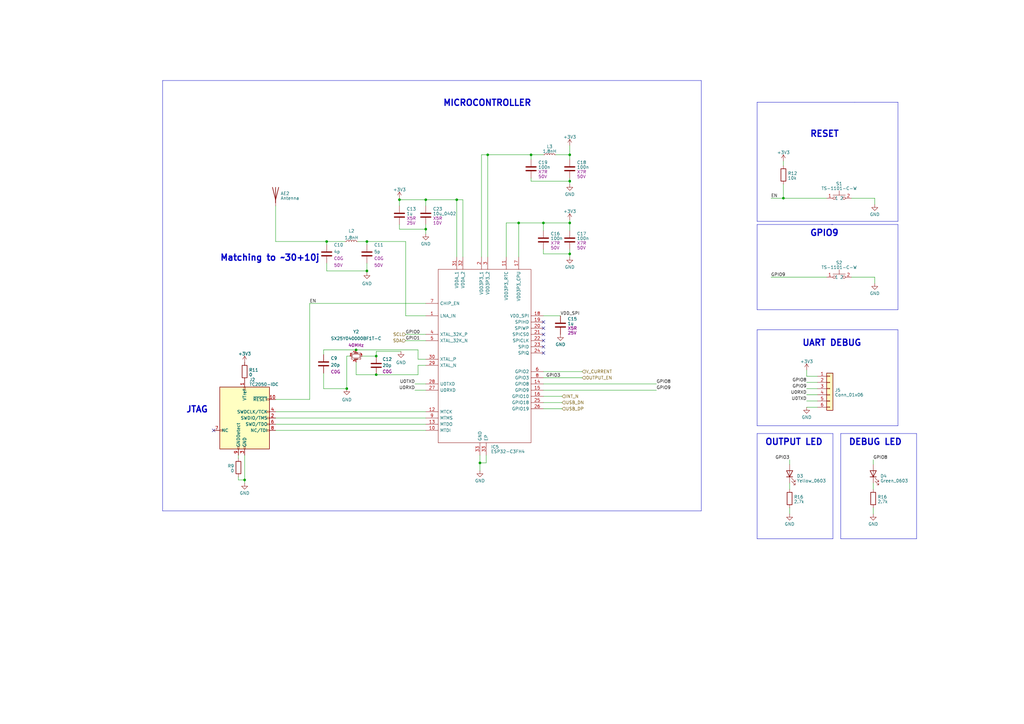
<source format=kicad_sch>
(kicad_sch (version 20230121) (generator eeschema)
  (paper "A3")
  (lib_symbols
    (symbol "Button_JLC:TS-1101-C-W" (pin_names (offset 0.762))
      (property "Reference" "S" (at 19.05 7.62 0))
      (property "Value" "TS-1101-C-W" (at 19.05 5.08 0))
      (symbol "TS-1101-C-W_0_1"
        (polyline (pts (xy 8.89 3.175) (xy 8.89 4.953)))
        (polyline (pts (xy 11.43 3.175) (xy 6.35 3.175)))
        (circle (center 6.858 1.905) (radius 0.508))
        (circle (center 10.922 1.905) (radius 0.508))
        (pin passive line (at 3.81 1.905 0) (length 2.54) (name "1") (number "1"))
        (pin passive line (at 13.97 1.905 180) (length 2.54) (name "2") (number "2"))
      )
    )
    (symbol "Capacitor_JLC:100n" (pin_numbers hide) (pin_names (offset 0.254))
      (property "Reference" "C" (at 3.175 3.175 0))
      (property "Value" "100n" (at 3.175 1.27 0))
      (property "Type" "X7R" (at 5.08 -3.175 0))
      (property "Voltage" "50V" (at 5.08 -1.27 0))
      (symbol "100n_0_1"
        (polyline (pts (xy -2.032 -0.762) (xy 2.032 -0.762)) (stroke (width 0.508)))
        (polyline (pts (xy -2.032 0.762) (xy 2.032 0.762)) (stroke (width 0.508)))
      )
      (symbol "100n_1_1"
        (pin passive line (at 0 3.81 270) (length 2.794) (name "~") (number "1"))
        (pin passive line (at 0 -3.81 90) (length 2.794) (name "~") (number "2"))
      )
    )
    (symbol "Capacitor_JLC:10u_0402" (pin_numbers hide) (pin_names (offset 0.254))
      (property "Reference" "C" (at 3.175 3.175 0))
      (property "Value" "10u_0402" (at 3.175 1.27 0))
      (property "Type" "X5R" (at 5.08 -3.175 0))
      (property "Voltage" "10V" (at 5.08 -1.27 0))
      (symbol "10u_0402_0_1"
        (polyline (pts (xy -2.032 -0.762) (xy 2.032 -0.762)) (stroke (width 0.508)))
        (polyline (pts (xy -2.032 0.762) (xy 2.032 0.762)) (stroke (width 0.508)))
      )
      (symbol "10u_0402_1_1"
        (pin passive line (at 0 3.81 270) (length 2.794) (name "~") (number "1"))
        (pin passive line (at 0 -3.81 90) (length 2.794) (name "~") (number "2"))
      )
    )
    (symbol "Capacitor_JLC:1u" (pin_numbers hide) (pin_names (offset 0.254))
      (property "Reference" "C" (at 0.635 2.54 0))
      (property "Value" "1u" (at 0.635 -2.54 0))
      (property "Type" "X5R" (at 5.08 2.54 0))
      (property "Voltage" "25V" (at 5.08 0 0))
      (symbol "1u_0_1"
        (polyline (pts (xy -2.032 -0.762) (xy 2.032 -0.762)) (stroke (width 0.508)))
        (polyline (pts (xy -2.032 0.762) (xy 2.032 0.762)) (stroke (width 0.508)))
      )
      (symbol "1u_1_1"
        (pin passive line (at 0 3.81 270) (length 2.794) (name "~") (number "1"))
        (pin passive line (at 0 -3.81 90) (length 2.794) (name "~") (number "2"))
      )
    )
    (symbol "Capacitor_JLC:20p" (pin_numbers hide) (pin_names (offset 0.254))
      (property "Reference" "C" (at 0.635 2.54 0))
      (property "Value" "20p" (at 0.635 -2.54 0))
      (property "Type" "C0G" (at 0 0 0))
      (symbol "20p_0_1"
        (polyline (pts (xy -2.032 -0.762) (xy 2.032 -0.762)) (stroke (width 0.508)))
        (polyline (pts (xy -2.032 0.762) (xy 2.032 0.762)) (stroke (width 0.508)))
      )
      (symbol "20p_1_1"
        (pin passive line (at 0 3.81 270) (length 2.794) (name "~") (number "1"))
        (pin passive line (at 0 -3.81 90) (length 2.794) (name "~") (number "2"))
      )
    )
    (symbol "Capacitor_JLC:4p" (pin_numbers hide) (pin_names (offset 0.254))
      (property "Reference" "C" (at 0.635 2.54 0))
      (property "Value" "4p" (at 0.635 -2.54 0))
      (property "Type" "C0G" (at 5.08 2.54 0))
      (property "Voltage" "50V" (at 5.08 0 0))
      (symbol "4p_0_1"
        (polyline (pts (xy -2.032 -0.762) (xy 2.032 -0.762)) (stroke (width 0.508)))
        (polyline (pts (xy -2.032 0.762) (xy 2.032 0.762)) (stroke (width 0.508)))
      )
      (symbol "4p_1_1"
        (pin passive line (at 0 3.81 270) (length 2.794) (name "~") (number "1"))
        (pin passive line (at 0 -3.81 90) (length 2.794) (name "~") (number "2"))
      )
    )
    (symbol "Capacitor_JLC:5p" (pin_numbers hide) (pin_names (offset 0.254))
      (property "Reference" "C" (at 0.635 2.54 0))
      (property "Value" "5p" (at 0.635 -2.54 0))
      (property "Type" "C0G" (at 5.08 2.54 0))
      (property "Voltage" "50V" (at 5.08 0 0))
      (symbol "5p_0_1"
        (polyline (pts (xy -2.032 -0.762) (xy 2.032 -0.762)) (stroke (width 0.508)))
        (polyline (pts (xy -2.032 0.762) (xy 2.032 0.762)) (stroke (width 0.508)))
      )
      (symbol "5p_1_1"
        (pin passive line (at 0 3.81 270) (length 2.794) (name "~") (number "1"))
        (pin passive line (at 0 -3.81 90) (length 2.794) (name "~") (number "2"))
      )
    )
    (symbol "Connector_JLC:Conn_01x06" (pin_names (offset 1.016) hide)
      (property "Reference" "J" (at 0 7.62 0))
      (property "Value" "Conn_01x06" (at 0 -10.16 0))
      (symbol "Conn_01x06_1_1"
        (rectangle (start -1.27 -7.493) (end 0 -7.747) (stroke (width 0.1524)))
        (rectangle (start -1.27 -4.953) (end 0 -5.207) (stroke (width 0.1524)))
        (rectangle (start -1.27 -2.413) (end 0 -2.667) (stroke (width 0.1524)))
        (rectangle (start -1.27 0.127) (end 0 -0.127) (stroke (width 0.1524)))
        (rectangle (start -1.27 2.667) (end 0 2.413) (stroke (width 0.1524)))
        (rectangle (start -1.27 5.207) (end 0 4.953) (stroke (width 0.1524)))
        (rectangle (start -1.27 6.35) (end 1.27 -8.89) (stroke (width 0.254)) (fill (type background)))
        (pin passive line (at -5.08 5.08 0) (length 3.81) (name "Pin_1") (number "1"))
        (pin passive line (at -5.08 2.54 0) (length 3.81) (name "Pin_2") (number "2"))
        (pin passive line (at -5.08 0 0) (length 3.81) (name "Pin_3") (number "3"))
        (pin passive line (at -5.08 -2.54 0) (length 3.81) (name "Pin_4") (number "4"))
        (pin passive line (at -5.08 -5.08 0) (length 3.81) (name "Pin_5") (number "5"))
        (pin passive line (at -5.08 -7.62 0) (length 3.81) (name "Pin_6") (number "6"))
      )
    )
    (symbol "Device:Antenna" (pin_numbers hide) (pin_names (offset 1.016) hide)
      (property "Reference" "AE" (at -1.905 1.905 0))
      (property "Value" "Antenna" (at -1.905 0 0))
      (symbol "Antenna_0_1"
        (polyline (pts (xy 0 2.54) (xy 0 -3.81)) (stroke (width 0.254)))
        (polyline (pts (xy 1.27 2.54) (xy 0 -2.54) (xy -1.27 2.54)) (stroke (width 0.254)))
      )
      (symbol "Antenna_1_1"
        (pin input line (at 0 -5.08 90) (length 2.54) (name "A") (number "1"))
      )
    )
    (symbol "Diode_JLC:Green_0603" (pin_numbers hide) (pin_names (offset 1.016) hide)
      (property "Reference" "D" (at 0 5.08 0))
      (property "Value" "Green_0603" (at 0 3.175 0))
      (symbol "Green_0603_0_1"
        (polyline (pts (xy -1.27 -1.27) (xy -1.27 1.27)) (stroke (width 0.254)))
        (polyline (pts (xy -1.27 0) (xy 1.27 0)))
        (polyline (pts (xy 1.27 -1.27) (xy 1.27 1.27) (xy -1.27 0) (xy 1.27 -1.27)) (stroke (width 0.254)))
        (polyline (pts (xy -3.048 -0.762) (xy -4.572 -2.286) (xy -3.81 -2.286) (xy -4.572 -2.286) (xy -4.572 -1.524)))
        (polyline (pts (xy -1.778 -0.762) (xy -3.302 -2.286) (xy -2.54 -2.286) (xy -3.302 -2.286) (xy -3.302 -1.524)))
      )
      (symbol "Green_0603_1_1"
        (pin passive line (at -3.81 0 0) (length 2.54) (name "K") (number "1"))
        (pin passive line (at 3.81 0 180) (length 2.54) (name "A") (number "2"))
      )
    )
    (symbol "Diode_JLC:Yellow_0603" (pin_numbers hide) (pin_names (offset 1.016) hide)
      (property "Reference" "D" (at 0 5.08 0))
      (property "Value" "Yellow_0603" (at 0 3.175 0))
      (symbol "Yellow_0603_0_1"
        (polyline (pts (xy -1.27 -1.27) (xy -1.27 1.27)) (stroke (width 0.254)))
        (polyline (pts (xy -1.27 0) (xy 1.27 0)))
        (polyline (pts (xy 1.27 -1.27) (xy 1.27 1.27) (xy -1.27 0) (xy 1.27 -1.27)) (stroke (width 0.254)))
        (polyline (pts (xy -3.048 -0.762) (xy -4.572 -2.286) (xy -3.81 -2.286) (xy -4.572 -2.286) (xy -4.572 -1.524)))
        (polyline (pts (xy -1.778 -0.762) (xy -3.302 -2.286) (xy -2.54 -2.286) (xy -3.302 -2.286) (xy -3.302 -1.524)))
      )
      (symbol "Yellow_0603_1_1"
        (pin passive line (at -3.81 0 0) (length 2.54) (name "K") (number "1"))
        (pin passive line (at 3.81 0 180) (length 2.54) (name "A") (number "2"))
      )
    )
    (symbol "Inductor_JLC:1.8nH" (pin_numbers hide) (pin_names (offset 0.254) hide)
      (property "Reference" "L" (at 0.762 1.016 0))
      (property "Value" "1.8nH" (at 0.762 -1.016 0))
      (symbol "1.8nH_0_1"
        (arc (start 0 -2.032) (mid 0.5058 -1.524) (end 0 -1.016))
        (arc (start 0 -1.016) (mid 0.5058 -0.508) (end 0 0))
        (arc (start 0 0) (mid 0.5058 0.508) (end 0 1.016))
        (arc (start 0 1.016) (mid 0.5058 1.524) (end 0 2.032))
      )
      (symbol "1.8nH_1_1"
        (pin passive line (at 0 2.54 270) (length 0.508) (name "~") (number "1"))
        (pin passive line (at 0 -2.54 90) (length 0.508) (name "~") (number "2"))
      )
    )
    (symbol "MCU_JLC:ESP32-C3FH4" (pin_names (offset 0.762))
      (property "Reference" "IC" (at 142.875 -2.54 0))
      (property "Value" "ESP32-C3FH4" (at 142.875 -5.08 0))
      (symbol "ESP32-C3FH4_0_0"
        (pin passive line (at -5.08 -19.05 0) (length 5.08) (name "LNA_IN") (number "1"))
        (pin passive line (at -5.08 -66.04 0) (length 5.08) (name "MTDI") (number "10"))
        (pin passive line (at 27.94 5.08 270) (length 5.08) (name "VDD3P3_RTC") (number "11"))
        (pin passive line (at -5.08 -58.42 0) (length 5.08) (name "MTCK") (number "12"))
        (pin passive line (at -5.08 -63.5 0) (length 5.08) (name "MTDO") (number "13"))
        (pin passive line (at 43.18 -46.99 180) (length 5.08) (name "GPIO8") (number "14"))
        (pin passive line (at 43.18 -49.53 180) (length 5.08) (name "GPIO9") (number "15"))
        (pin passive line (at 43.18 -52.07 180) (length 5.08) (name "GPIO10") (number "16"))
        (pin passive line (at 33.02 5.08 270) (length 5.08) (name "VDD3P3_CPU") (number "17"))
        (pin passive line (at 43.18 -19.05 180) (length 5.08) (name "VDD_SPI") (number "18"))
        (pin passive line (at 43.18 -21.59 180) (length 5.08) (name "SPIHD") (number "19"))
        (pin passive line (at 17.78 5.08 270) (length 5.08) (name "VDD3P3_1") (number "2"))
        (pin passive line (at 43.18 -24.13 180) (length 5.08) (name "SPIWP") (number "20"))
        (pin passive line (at 43.18 -26.67 180) (length 5.08) (name "SPICS0") (number "21"))
        (pin passive line (at 43.18 -29.21 180) (length 5.08) (name "SPICLK") (number "22"))
        (pin passive line (at 43.18 -31.75 180) (length 5.08) (name "SPID") (number "23"))
        (pin passive line (at 43.18 -34.29 180) (length 5.08) (name "SPIQ") (number "24"))
        (pin passive line (at 43.18 -54.61 180) (length 5.08) (name "GPIO18") (number "25"))
        (pin passive line (at 43.18 -57.15 180) (length 5.08) (name "GPIO19") (number "26"))
        (pin passive line (at -5.08 -49.53 0) (length 5.08) (name "U0RXD") (number "27"))
        (pin passive line (at -5.08 -46.99 0) (length 5.08) (name "U0TXD") (number "28"))
        (pin passive line (at -5.08 -39.37 0) (length 5.08) (name "XTAL_N") (number "29"))
        (pin passive line (at 20.32 5.08 270) (length 5.08) (name "VDD3P3_2") (number "3"))
        (pin passive line (at -5.08 -36.83 0) (length 5.08) (name "XTAL_P") (number "30"))
        (pin passive line (at 7.62 5.08 270) (length 5.08) (name "VDDA_1") (number "31"))
        (pin passive line (at 10.16 5.08 270) (length 5.08) (name "VDDA_2") (number "32"))
        (pin passive line (at 19.685 -76.2 90) (length 5.08) (name "EP") (number "33"))
        (pin passive line (at 17.145 -76.2 90) (length 5.08) (name "GND") (number "33"))
        (pin passive line (at -5.08 -26.67 0) (length 5.08) (name "XTAL_32K_P") (number "4"))
        (pin passive line (at -5.08 -29.21 0) (length 5.08) (name "XTAL_32K_N") (number "5"))
        (pin passive line (at 43.18 -41.91 180) (length 5.08) (name "GPIO2") (number "6"))
        (pin passive line (at -5.08 -13.97 0) (length 5.08) (name "CHIP_EN") (number "7"))
        (pin passive line (at 43.18 -44.45 180) (length 5.08) (name "GPIO3") (number "8"))
        (pin passive line (at -5.08 -60.96 0) (length 5.08) (name "MTMS") (number "9"))
      )
      (symbol "ESP32-C3FH4_0_1"
        (rectangle (start 0 -71.12) (end 38.1 0) (stroke (width 0.1524)))
      )
    )
    (symbol "Misc_JLC:SX25Y040000BF1T-C" (pin_names (offset 1.016) hide)
      (property "Reference" "Y" (at 1.27 4.445 0))
      (property "Value" "SX25Y040000BF1T-C" (at 1.27 2.54 0))
      (property "Frequency" "40MHz" (at 13.335 4.445 0))
      (symbol "SX25Y040000BF1T-C_0_1"
        (rectangle (start -0.762 -1.524) (end 0.762 1.524))
        (polyline (pts (xy -1.27 -0.762) (xy -1.27 0.762)) (stroke (width 0.381)))
        (polyline (pts (xy 1.27 -0.762) (xy 1.27 0.762)) (stroke (width 0.381)))
        (polyline (pts (xy -1.27 -1.27) (xy -1.27 -1.905) (xy 1.27 -1.905) (xy 1.27 -1.27)))
        (polyline (pts (xy -1.27 1.27) (xy -1.27 1.905) (xy 1.27 1.905) (xy 1.27 1.27)))
      )
      (symbol "SX25Y040000BF1T-C_1_1"
        (pin passive line (at -2.54 0 0) (length 1.27) (name "1") (number "1"))
        (pin passive line (at 0 -2.54 90) (length 0.635) (name "2") (number "2"))
        (pin passive line (at 2.54 0 180) (length 1.27) (name "3") (number "3"))
        (pin passive line (at 0 2.54 270) (length 0.635) (name "4") (number "4"))
      )
    )
    (symbol "Resistor_JLC:0" (pin_numbers hide) (pin_names (offset 0))
      (property "Reference" "R" (at 2.032 0 90))
      (property "Value" "0" (at 0 0 90))
      (symbol "0_0_1"
        (rectangle (start -1.016 -2.54) (end 1.016 2.54) (stroke (width 0.254)))
      )
      (symbol "0_1_1"
        (pin passive line (at 0 3.81 270) (length 1.27) (name "~") (number "1"))
        (pin passive line (at 0 -3.81 90) (length 1.27) (name "~") (number "2"))
      )
    )
    (symbol "Resistor_JLC:10k" (pin_numbers hide) (pin_names (offset 0))
      (property "Reference" "R" (at 2.032 0 90))
      (property "Value" "10k" (at 0 0 90))
      (symbol "10k_0_1"
        (rectangle (start -1.016 -2.54) (end 1.016 2.54) (stroke (width 0.254)))
      )
      (symbol "10k_1_1"
        (pin passive line (at 0 3.81 270) (length 1.27) (name "~") (number "1"))
        (pin passive line (at 0 -3.81 90) (length 1.27) (name "~") (number "2"))
      )
    )
    (symbol "Resistor_JLC:2.7k" (pin_numbers hide) (pin_names (offset 0))
      (property "Reference" "R" (at 2.032 0 90))
      (property "Value" "2.7k" (at 0 0 90))
      (symbol "2.7k_0_1"
        (rectangle (start -1.016 -2.54) (end 1.016 2.54) (stroke (width 0.254)))
      )
      (symbol "2.7k_1_1"
        (pin passive line (at 0 3.81 270) (length 1.27) (name "~") (number "1"))
        (pin passive line (at 0 -3.81 90) (length 1.27) (name "~") (number "2"))
      )
    )
    (symbol "personal:TC2050-IDC" (pin_names (offset 0.762))
      (property "Reference" "J" (at 19.05 7.62 0))
      (property "Value" "TC2050-IDC" (at 19.05 5.08 0))
      (symbol "TC2050-IDC_1_1"
        (rectangle (start -26.67 -27.686) (end -25.654 -28.194))
        (rectangle (start -26.67 -10.16) (end -6.35 -35.56) (stroke (width 0.254)) (fill (type background)))
        (rectangle (start -19.304 -35.56) (end -18.796 -34.544))
        (rectangle (start -16.764 -35.56) (end -16.256 -34.544))
        (rectangle (start -16.764 -10.16) (end -16.256 -11.176))
        (rectangle (start -7.366 -28.194) (end -6.35 -27.686))
        (rectangle (start -7.366 -20.574) (end -6.35 -20.066))
        (rectangle (start -6.35 -25.654) (end -7.366 -25.146))
        (rectangle (start -6.35 -23.114) (end -7.366 -22.606))
        (rectangle (start -6.35 -14.986) (end -7.366 -15.494))
        (pin power_in line (at -16.51 -7.62 270) (length 2.54) (name "VTref") (number "1"))
        (pin open_collector line (at -3.81 -15.24 180) (length 2.54) (name "~{RESET}") (number "10"))
        (pin bidirectional line (at -3.81 -22.86 180) (length 2.54) (name "SWDIO/TMS") (number "2"))
        (pin power_in line (at -16.51 -38.1 90) (length 2.54) (name "GND") (number "3"))
        (pin output line (at -3.81 -20.32 180) (length 2.54) (name "SWDCLK/TCK") (number "4"))
        (pin passive line (at -16.51 -38.1 90) (length 2.54) hide (name "GND") (number "5"))
        (pin input line (at -3.81 -25.4 180) (length 2.54) (name "SWO/TDO") (number "6"))
        (pin no_connect line (at -26.67 -22.86 0) (length 2.54) hide (name "KEY") (number "7"))
        (pin passive line (at -29.21 -27.94 0) (length 2.54) (name "NC") (number "7"))
        (pin output line (at -3.81 -27.94 180) (length 2.54) (name "NC/TDI") (number "8"))
        (pin passive line (at -19.05 -38.1 90) (length 2.54) (name "GNDDetect") (number "9"))
      )
    )
    (symbol "power:+3V3" (power) (pin_names (offset 0))
      (property "Value" "+3V3" (at 0 3.556 0))
      (symbol "+3V3_0_1"
        (polyline (pts (xy -0.762 1.27) (xy 0 2.54)))
        (polyline (pts (xy 0 0) (xy 0 2.54)))
        (polyline (pts (xy 0 2.54) (xy 0.762 1.27)))
      )
      (symbol "+3V3_1_1"
        (pin power_in line (at 0 0 90) (length 0) hide (name "+3V3") (number "1"))
      )
    )
    (symbol "power:GND" (power) (pin_names (offset 0))
      (property "Value" "GND" (at 0 -3.81 0))
      (symbol "GND_0_1"
        (polyline (pts (xy 0 0) (xy 0 -1.27) (xy 1.27 -1.27) (xy 0 -2.54) (xy -1.27 -1.27) (xy 0 -1.27)))
      )
      (symbol "GND_1_1"
        (pin power_in line (at 0 0 270) (length 0) hide (name "GND") (number "1"))
      )
    )
  )
  (junction (at 196.85 189.865))
  (junction (at 154.305 153.67))
  (junction (at 233.68 63.5))
  (junction (at 200.025 63.5))
  (junction (at 233.68 74.295))
  (junction (at 187.325 81.915))
  (junction (at 233.68 104.14))
  (junction (at 150.495 111.125))
  (junction (at 212.725 91.44))
  (junction (at 217.805 63.5))
  (junction (at 154.305 146.05))
  (junction (at 150.495 99.06))
  (junction (at 133.985 99.06))
  (junction (at 174.625 93.98))
  (junction (at 321.31 81.28))
  (junction (at 233.68 91.44))
  (junction (at 146.05 143.51))
  (junction (at 163.83 81.915))
  (junction (at 100.33 196.85))
  (junction (at 142.24 159.385))
  (junction (at 222.885 91.44))
  (junction (at 174.625 81.915))
  (no_connect (at 222.885 132.08))
  (no_connect (at 222.885 134.62))
  (no_connect (at 222.885 144.78))
  (no_connect (at 87.63 176.53))
  (no_connect (at 222.885 142.24))
  (no_connect (at 222.885 139.7))
  (no_connect (at 222.885 137.16))
  (wire (pts (xy 171.45 149.86) (xy 171.45 153.67)))
  (wire (pts (xy 212.725 105.41) (xy 212.725 91.44)))
  (polyline (pts (xy 344.805 177.8) (xy 375.92 177.8)))
  (wire (pts (xy 146.05 143.51) (xy 132.715 143.51)))
  (polyline (pts (xy 368.3 127) (xy 310.515 127)))
  (wire (pts (xy 171.45 143.51) (xy 171.45 147.32)))
  (wire (pts (xy 199.39 186.69) (xy 199.39 189.865)))
  (wire (pts (xy 97.79 186.69) (xy 97.79 187.96)))
  (wire (pts (xy 233.68 73.025) (xy 233.68 74.295)))
  (wire (pts (xy 335.28 164.465) (xy 330.835 164.465)))
  (polyline (pts (xy 66.675 33.02) (xy 287.655 33.02)))
  (polyline (pts (xy 310.515 135.255) (xy 368.3 135.255)))
  (wire (pts (xy 222.885 154.94) (xy 238.76 154.94)))
  (wire (pts (xy 200.025 63.5) (xy 217.805 63.5)))
  (wire (pts (xy 133.985 99.06) (xy 133.985 100.33)))
  (wire (pts (xy 349.25 113.665) (xy 358.775 113.665)))
  (wire (pts (xy 227.965 63.5) (xy 233.68 63.5)))
  (wire (pts (xy 358.14 208.28) (xy 358.14 210.82)))
  (wire (pts (xy 358.14 188.595) (xy 358.14 190.5)))
  (wire (pts (xy 100.33 196.85) (xy 100.33 198.12)))
  (wire (pts (xy 113.03 173.99) (xy 174.625 173.99)))
  (polyline (pts (xy 350.52 41.91) (xy 368.3 41.91)))
  (wire (pts (xy 174.625 93.98) (xy 174.625 92.075)))
  (wire (pts (xy 154.305 146.05) (xy 148.59 146.05)))
  (wire (pts (xy 113.03 84.455) (xy 113.03 99.06)))
  (wire (pts (xy 113.03 176.53) (xy 174.625 176.53)))
  (wire (pts (xy 113.03 99.06) (xy 133.985 99.06)))
  (wire (pts (xy 146.05 153.67) (xy 154.305 153.67)))
  (wire (pts (xy 171.45 147.32) (xy 174.625 147.32)))
  (polyline (pts (xy 368.3 92.075) (xy 368.3 127)))
  (wire (pts (xy 358.14 198.12) (xy 358.14 200.66)))
  (wire (pts (xy 187.325 81.915) (xy 189.865 81.915)))
  (wire (pts (xy 222.885 165.1) (xy 230.505 165.1)))
  (polyline (pts (xy 287.655 33.02) (xy 287.655 209.55)))
  (wire (pts (xy 97.79 196.85) (xy 100.33 196.85)))
  (polyline (pts (xy 368.3 41.91) (xy 368.3 90.805)))
  (wire (pts (xy 316.23 81.28) (xy 321.31 81.28)))
  (wire (pts (xy 189.865 81.915) (xy 189.865 105.41)))
  (polyline (pts (xy 310.515 92.075) (xy 341.63 92.075)))
  (polyline (pts (xy 310.515 174.625) (xy 310.515 135.255)))
  (wire (pts (xy 233.68 74.295) (xy 233.68 75.565)))
  (wire (pts (xy 150.495 107.95) (xy 150.495 111.125)))
  (wire (pts (xy 330.835 156.845) (xy 335.28 156.845)))
  (wire (pts (xy 222.885 94.615) (xy 222.885 91.44)))
  (wire (pts (xy 321.31 75.565) (xy 321.31 81.28)))
  (wire (pts (xy 163.83 81.28) (xy 163.83 81.915)))
  (wire (pts (xy 335.28 161.925) (xy 330.835 161.925)))
  (polyline (pts (xy 310.515 177.8) (xy 341.63 177.8)))
  (wire (pts (xy 217.805 74.295) (xy 233.68 74.295)))
  (polyline (pts (xy 368.3 90.805) (xy 310.515 90.805)))
  (wire (pts (xy 171.45 153.67) (xy 154.305 153.67)))
  (wire (pts (xy 217.805 65.405) (xy 217.805 63.5)))
  (wire (pts (xy 132.715 153.035) (xy 132.715 159.385)))
  (wire (pts (xy 163.83 81.915) (xy 174.625 81.915)))
  (wire (pts (xy 197.485 63.5) (xy 200.025 63.5)))
  (wire (pts (xy 330.835 154.305) (xy 335.28 154.305)))
  (polyline (pts (xy 310.515 220.98) (xy 310.515 177.8)))
  (wire (pts (xy 132.715 159.385) (xy 142.24 159.385)))
  (polyline (pts (xy 310.515 41.91) (xy 350.52 41.91)))
  (wire (pts (xy 163.83 93.98) (xy 174.625 93.98)))
  (wire (pts (xy 154.305 144.145) (xy 154.305 146.05)))
  (wire (pts (xy 154.305 144.145) (xy 164.465 144.145)))
  (wire (pts (xy 233.68 91.44) (xy 233.68 94.615)))
  (wire (pts (xy 222.885 157.48) (xy 269.24 157.48)))
  (wire (pts (xy 222.885 162.56) (xy 230.505 162.56)))
  (wire (pts (xy 233.68 104.14) (xy 233.68 105.41)))
  (wire (pts (xy 233.68 59.69) (xy 233.68 63.5)))
  (wire (pts (xy 321.31 81.28) (xy 339.09 81.28)))
  (wire (pts (xy 222.885 102.235) (xy 222.885 104.14)))
  (wire (pts (xy 358.775 113.665) (xy 358.775 116.205)))
  (wire (pts (xy 174.625 93.98) (xy 174.625 95.885)))
  (wire (pts (xy 133.985 111.125) (xy 150.495 111.125)))
  (wire (pts (xy 197.485 63.5) (xy 197.485 105.41)))
  (wire (pts (xy 323.85 198.12) (xy 323.85 200.66)))
  (wire (pts (xy 142.24 146.05) (xy 143.51 146.05)))
  (wire (pts (xy 133.985 107.95) (xy 133.985 111.125)))
  (wire (pts (xy 222.885 152.4) (xy 238.76 152.4)))
  (wire (pts (xy 133.985 99.06) (xy 141.605 99.06)))
  (wire (pts (xy 97.79 195.58) (xy 97.79 196.85)))
  (wire (pts (xy 146.05 148.59) (xy 146.05 153.67)))
  (polyline (pts (xy 341.63 220.98) (xy 310.515 220.98)))
  (wire (pts (xy 166.37 99.06) (xy 166.37 129.54)))
  (polyline (pts (xy 368.3 174.625) (xy 310.515 174.625)))
  (wire (pts (xy 200.025 105.41) (xy 200.025 63.5)))
  (wire (pts (xy 174.625 81.915) (xy 174.625 84.455)))
  (wire (pts (xy 196.85 186.69) (xy 196.85 189.865)))
  (wire (pts (xy 170.18 157.48) (xy 174.625 157.48)))
  (wire (pts (xy 323.85 188.595) (xy 323.85 190.5)))
  (wire (pts (xy 222.885 167.64) (xy 230.505 167.64)))
  (polyline (pts (xy 310.515 90.805) (xy 310.515 41.91)))
  (wire (pts (xy 330.835 151.765) (xy 330.835 154.305)))
  (wire (pts (xy 199.39 189.865) (xy 196.85 189.865)))
  (wire (pts (xy 217.805 73.025) (xy 217.805 74.295)))
  (wire (pts (xy 113.03 171.45) (xy 174.625 171.45)))
  (polyline (pts (xy 340.995 92.075) (xy 368.3 92.075)))
  (wire (pts (xy 222.885 129.54) (xy 229.87 129.54)))
  (wire (pts (xy 233.68 102.235) (xy 233.68 104.14)))
  (wire (pts (xy 349.25 81.28) (xy 358.775 81.28)))
  (polyline (pts (xy 341.63 177.8) (xy 341.63 220.98)))
  (wire (pts (xy 113.03 168.91) (xy 174.625 168.91)))
  (polyline (pts (xy 344.805 220.98) (xy 344.805 177.8)))
  (wire (pts (xy 150.495 99.06) (xy 150.495 100.33)))
  (wire (pts (xy 358.775 81.28) (xy 358.775 83.82)))
  (wire (pts (xy 166.37 137.16) (xy 174.625 137.16)))
  (polyline (pts (xy 310.515 127) (xy 310.515 92.075)))
  (wire (pts (xy 127 124.46) (xy 174.625 124.46)))
  (wire (pts (xy 113.03 163.83) (xy 127 163.83)))
  (wire (pts (xy 217.805 63.5) (xy 222.885 63.5)))
  (wire (pts (xy 146.685 99.06) (xy 150.495 99.06)))
  (wire (pts (xy 127 163.83) (xy 127 124.46)))
  (wire (pts (xy 150.495 99.06) (xy 166.37 99.06)))
  (wire (pts (xy 100.33 186.69) (xy 100.33 196.85)))
  (wire (pts (xy 321.31 66.04) (xy 321.31 67.945)))
  (wire (pts (xy 132.715 143.51) (xy 132.715 145.415)))
  (wire (pts (xy 170.18 160.02) (xy 174.625 160.02)))
  (wire (pts (xy 142.24 146.05) (xy 142.24 159.385)))
  (polyline (pts (xy 368.3 135.255) (xy 368.3 174.625)))
  (wire (pts (xy 330.835 167.005) (xy 335.28 167.005)))
  (wire (pts (xy 222.885 104.14) (xy 233.68 104.14)))
  (wire (pts (xy 233.68 90.17) (xy 233.68 91.44)))
  (wire (pts (xy 166.37 139.7) (xy 174.625 139.7)))
  (wire (pts (xy 323.85 208.28) (xy 323.85 210.82)))
  (wire (pts (xy 163.83 81.915) (xy 163.83 84.455)))
  (wire (pts (xy 233.68 63.5) (xy 233.68 65.405)))
  (wire (pts (xy 187.325 105.41) (xy 187.325 81.915)))
  (wire (pts (xy 174.625 149.86) (xy 171.45 149.86)))
  (wire (pts (xy 150.495 111.125) (xy 150.495 111.76)))
  (polyline (pts (xy 66.675 209.55) (xy 66.675 33.02)))
  (wire (pts (xy 316.23 113.665) (xy 339.09 113.665)))
  (wire (pts (xy 212.725 91.44) (xy 222.885 91.44)))
  (wire (pts (xy 166.37 129.54) (xy 174.625 129.54)))
  (wire (pts (xy 330.835 159.385) (xy 335.28 159.385)))
  (polyline (pts (xy 375.92 220.98) (xy 344.805 220.98)))
  (wire (pts (xy 222.885 160.02) (xy 269.24 160.02)))
  (wire (pts (xy 196.85 189.865) (xy 196.85 193.04)))
  (wire (pts (xy 207.645 91.44) (xy 212.725 91.44)))
  (wire (pts (xy 207.645 91.44) (xy 207.645 105.41)))
  (polyline (pts (xy 375.92 177.8) (xy 375.92 220.98)))
  (wire (pts (xy 222.885 91.44) (xy 233.68 91.44)))
  (wire (pts (xy 174.625 81.915) (xy 187.325 81.915)))
  (polyline (pts (xy 287.655 209.55) (xy 66.675 209.55)))
  (wire (pts (xy 163.83 92.075) (xy 163.83 93.98)))
  (wire (pts (xy 171.45 143.51) (xy 146.05 143.51)))
  (text "GPIO9" (at 332.105 97.155 0) (effects (font (size 2.54 2.54) (thickness 0.508) bold) (justify left bottom)))
  (text "MICROCONTROLLER" (at 181.61 43.815 0) (effects (font (size 2.54 2.54) (thickness 0.508) bold) (justify left bottom)))
  (text "JTAG" (at 76.2 169.545 0) (effects (font (size 2.54 2.54) (thickness 0.508) bold) (justify left bottom)))
  (text "UART DEBUG" (at 328.93 142.24 0) (effects (font (size 2.54 2.54) (thickness 0.508) bold) (justify left bottom)))
  (text "Matching to ~30+10j" (at 90.17 107.315 0) (effects (font (size 2.54 2.54) (thickness 0.508) bold) (justify left bottom)))
  (text "OUTPUT LED" (at 313.69 182.88 0) (effects (font (size 2.54 2.54) (thickness 0.508) bold) (justify left bottom)))
  (text "DEBUG LED" (at 347.98 182.88 0) (effects (font (size 2.54 2.54) (thickness 0.508) bold) (justify left bottom)))
  (text "RESET" (at 332.105 56.515 0) (effects (font (size 2.54 2.54) (thickness 0.508) bold) (justify left bottom)))
  (label "EN" (at 316.23 81.28 0))
  (label "GPIO8" (at 330.835 156.845 180))
  (label "GPIO9" (at 316.23 113.665 0))
  (label "U0RXD" (at 170.18 160.02 180))
  (label "GPIO3" (at 323.85 188.595 180))
  (label "U0TXD" (at 330.835 164.465 180))
  (label "VDD_SPI" (at 229.87 129.54 0))
  (label "GPIO8" (at 358.14 188.595 0))
  (label "GPIO3" (at 229.87 154.94 180))
  (label "GPIO9" (at 330.835 159.385 180))
  (label "GPIO0" (at 166.37 137.16 0))
  (label "GPIO9" (at 269.24 160.02 0))
  (label "GPIO1" (at 166.37 139.7 0))
  (label "GPIO8" (at 269.24 157.48 0))
  (label "U0RXD" (at 330.835 161.925 180))
  (label "U0TXD" (at 170.18 157.48 180))
  (label "EN" (at 127 124.46 0))
  (hierarchical_label "V_CURRENT" (shape input) (at 238.76 152.4 0))
  (hierarchical_label "SDA" (shape input) (at 166.37 139.7 180))
  (hierarchical_label "USB_DN" (shape input) (at 230.505 165.1 0))
  (hierarchical_label "OUTPUT_EN" (shape input) (at 238.76 154.94 0))
  (hierarchical_label "USB_DP" (shape input) (at 230.505 167.64 0))
  (hierarchical_label "INT_N" (shape input) (at 230.505 162.56 0))
  (hierarchical_label "SCL" (shape input) (at 166.37 137.16 180))
  (symbol (lib_id "power:GND") (at 142.24 159.385 0) (unit 1)
    (property "Reference" "#PWR018" (effects hide))
    (property "Value" "GND" (at 142.24 163.9475 0))
  )
  (symbol (lib_id "Button_JLC:TS-1101-C-W") (at 335.28 115.57 0) (unit 1)
    (property "Reference" "S2" (at 344.17 107.7341 0))
    (property "Value" "TS-1101-C-W" (at 344.17 109.6551 0))
    (property "Footprint" "TS1101CW" (effects hide))
    (property "Datasheet" "http://www.helloxkb.com/public/images/pdf/TS-1101-C-W-.pdf" (effects hide))
    (property "Description" "Tactile Switches SPST 6.00mm x 3.60mm 0.60mm 50mA @ 12VDC SMD RoHS" (effects hide))
    (property "Height" "2.6" (effects hide))
    (property "Manufacturer_Name" "XKB Connectivity" (effects hide))
    (property "Manufacturer_Part_Number" "TS-1101-C-W" (effects hide))
    (property "LCSC" "C318938" (effects hide))
  )
  (symbol (lib_id "Capacitor_JLC:100n") (at 222.885 98.425 0) (unit 1)
    (property "Reference" "C16" (at 225.806 95.8603 0) (effects (justify left)))
    (property "Value" "100n" (at 225.806 97.7813 0) (effects (justify left)))
    (property "Footprint" "Capacitor_SMD:C_0402_1005Metric" (effects hide))
    (property "Type" "X7R" (at 225.806 99.7023 0) (effects (justify left)))
    (property "LCSC" "C307331" (effects hide))
    (property "Voltage" "50V" (at 225.806 101.6233 0) (effects (justify left)))
  )
  (symbol (lib_id "power:GND") (at 358.775 83.82 0) (unit 1)
    (property "Reference" "#PWR029" (effects hide))
    (property "Value" "GND" (at 358.775 87.9555 0))
  )
  (symbol (lib_id "Diode_JLC:Green_0603") (at 358.14 194.31 90) (unit 1)
    (property "Reference" "D4" (at 361.061 195.2538 90) (effects (justify right)))
    (property "Value" "Green_0603" (at 361.061 197.1748 90) (effects (justify right)))
    (property "Footprint" "LED_SMD:LED_0603_1608Metric" (effects hide))
    (property "Datasheet" "https://datasheet.lcsc.com/lcsc/1811101510_Everlight-Elec-19-217-GHC-YR1S2-3T_C72043.pdf" (effects hide))
    (property "LCSC" "C72043" (effects hide))
  )
  (symbol (lib_id "Inductor_JLC:1.8nH") (at 225.425 63.5 90) (unit 1)
    (property "Reference" "L3" (at 225.425 60.1113 90))
    (property "Value" "1.8nH" (at 225.425 62.0323 90))
    (property "Footprint" "Inductor_SMD:L_0402_1005Metric" (effects hide))
  )
  (symbol (lib_id "Capacitor_JLC:4p") (at 133.985 104.14 0) (unit 1)
    (property "Reference" "C10" (at 136.906 100.4564 0) (effects (justify left)))
    (property "Value" "4p" (at 136.906 103.2315 0) (effects (justify left)))
    (property "Footprint" "Capacitor_SMD:C_0402_1005Metric" (effects hide))
    (property "Type" "C0G" (at 136.906 106.0066 0) (effects (justify left)))
    (property "LCSC" "C311704" (effects hide))
    (property "Voltage" "50V" (at 136.906 108.7817 0) (effects (justify left)))
    (property "MPN" "UMK105CG040BV" (effects hide))
  )
  (symbol (lib_id "Capacitor_JLC:100n") (at 233.68 69.215 0) (unit 1)
    (property "Reference" "C18" (at 236.601 66.6503 0) (effects (justify left)))
    (property "Value" "100n" (at 236.601 68.5713 0) (effects (justify left)))
    (property "Footprint" "Capacitor_SMD:C_0402_1005Metric" (effects hide))
    (property "Type" "X7R" (at 236.601 70.4923 0) (effects (justify left)))
    (property "LCSC" "C307331" (effects hide))
    (property "Voltage" "50V" (at 236.601 72.4133 0) (effects (justify left)))
  )
  (symbol (lib_id "Resistor_JLC:0") (at 100.33 152.4 0) (unit 1)
    (property "Reference" "R11" (at 102.108 151.7563 0) (effects (justify left)))
    (property "Value" "0" (at 102.108 153.6773 0) (effects (justify left)))
    (property "Footprint" "Resistor_SMD:R_0805_2012Metric_Pad1.20x1.40mm_HandSolder" (effects hide))
    (property "LCSC" "C17477" (effects hide))
  )
  (symbol (lib_id "Resistor_JLC:2.7k") (at 358.14 204.47 0) (unit 1)
    (property "Reference" "R16" (at 359.918 203.8263 0) (effects (justify left)))
    (property "Value" "2.7k" (at 359.918 205.7473 0) (effects (justify left)))
    (property "Footprint" "Resistor_SMD:R_0402_1005Metric" (effects hide))
    (property "LCSC" "C25885" (effects hide))
    (instances (project "Spark-Analyzer" (path "" (reference "R16") (unit 1)) (path "" (reference "R22") (unit 1))))
  )
  (symbol (lib_id "Resistor_JLC:0") (at 97.79 191.77 0) (unit 1)
    (property "Reference" "R9" (at 96.012 191.1263 0) (effects (justify right)))
    (property "Value" "0" (at 96.012 193.0473 0) (effects (justify right)))
    (property "Footprint" "Resistor_SMD:R_0805_2012Metric_Pad1.20x1.40mm_HandSolder" (effects hide))
    (property "LCSC" "C17477" (effects hide))
  )
  (symbol (lib_id "power:+3V3") (at 233.68 59.69 0) (unit 1)
    (property "Reference" "#PWR026" (effects hide))
    (property "Value" "+3V3" (at 233.68 56.1881 0))
  )
  (symbol (lib_id "Inductor_JLC:1.8nH") (at 144.145 99.06 90) (unit 1)
    (property "Reference" "L2" (at 144.145 94.7125 90))
    (property "Value" "1.8nH" (at 144.145 97.4876 90))
    (property "Footprint" "Inductor_SMD:L_0402_1005Metric" (effects hide))
  )
  (symbol (lib_id "power:GND") (at 358.14 210.82 0) (unit 1)
    (property "Reference" "#PWR030" (effects hide))
    (property "Value" "GND" (at 358.14 214.9555 0))
  )
  (symbol (lib_id "Button_JLC:TS-1101-C-W") (at 335.28 83.185 0) (unit 1)
    (property "Reference" "S1" (at 344.17 75.3491 0))
    (property "Value" "TS-1101-C-W" (at 344.17 77.2701 0))
    (property "Footprint" "TS1101CW" (effects hide))
    (property "Datasheet" "http://www.helloxkb.com/public/images/pdf/TS-1101-C-W-.pdf" (effects hide))
    (property "Description" "Tactile Switches SPST 6.00mm x 3.60mm 0.60mm 50mA @ 12VDC SMD RoHS" (effects hide))
    (property "Height" "2.6" (effects hide))
    (property "Manufacturer_Name" "XKB Connectivity" (effects hide))
    (property "Manufacturer_Part_Number" "TS-1101-C-W" (effects hide))
    (property "LCSC" "C318938" (effects hide))
  )
  (symbol (lib_id "Capacitor_JLC:5p") (at 150.495 104.14 0) (unit 1)
    (property "Reference" "C11" (at 153.416 100.4564 0) (effects (justify left)))
    (property "Value" "5p" (at 153.416 103.2315 0) (effects (justify left)))
    (property "Footprint" "Capacitor_SMD:C_0402_1005Metric" (effects hide))
    (property "Type" "C0G" (at 153.416 106.0066 0) (effects (justify left)))
    (property "LCSC" "C1573" (effects hide))
    (property "Voltage" "50V" (at 153.416 108.7817 0) (effects (justify left)))
    (property "MPN" "0402CG5R0C500NT" (effects hide))
  )
  (symbol (lib_id "power:GND") (at 150.495 111.76 0) (unit 1)
    (property "Reference" "#PWR019" (effects hide))
    (property "Value" "GND" (at 150.495 116.3225 0))
  )
  (symbol (lib_id "power:GND") (at 233.68 105.41 0) (unit 1)
    (property "Reference" "#PWR024" (effects hide))
    (property "Value" "GND" (at 233.68 109.5455 0))
  )
  (symbol (lib_id "power:+3V3") (at 233.68 90.17 0) (unit 1)
    (property "Reference" "#PWR025" (effects hide))
    (property "Value" "+3V3" (at 233.68 86.6681 0))
  )
  (symbol (lib_id "power:GND") (at 358.775 116.205 0) (unit 1)
    (property "Reference" "#PWR033" (effects hide))
    (property "Value" "GND" (at 358.775 120.3405 0))
  )
  (symbol (lib_id "power:GND") (at 100.33 198.12 0) (unit 1)
    (property "Reference" "#PWR017" (effects hide))
    (property "Value" "GND" (at 100.33 202.2555 0))
  )
  (symbol (lib_id "Resistor_JLC:10k") (at 321.31 71.755 0) (unit 1)
    (property "Reference" "R12" (at 323.088 71.1113 0) (effects (justify left)))
    (property "Value" "10k" (at 323.088 73.0323 0) (effects (justify left)))
    (property "Footprint" "Resistor_SMD:R_0402_1005Metric" (effects hide))
    (property "LCSC" "C25744" (effects hide))
  )
  (symbol (lib_id "Capacitor_JLC:20p") (at 154.305 149.86 0) (unit 1)
    (property "Reference" "C12" (at 156.845 147.32 0) (effects (justify left)))
    (property "Value" "20p" (at 156.845 149.86 0) (effects (justify left)))
    (property "Footprint" "Capacitor_SMD:C_0402_1005Metric" (effects hide))
    (property "Type" "C0G" (at 156.845 152.4 0) (effects (justify left)))
    (property "LCSC" "C1554" (effects hide))
    (property "Rating" "50V" (effects hide))
  )
  (symbol (lib_id "Capacitor_JLC:100n") (at 217.805 69.215 0) (unit 1)
    (property "Reference" "C19" (at 220.726 66.6503 0) (effects (justify left)))
    (property "Value" "100n" (at 220.726 68.5713 0) (effects (justify left)))
    (property "Footprint" "Capacitor_SMD:C_0402_1005Metric" (effects hide))
    (property "Type" "X7R" (at 220.726 70.4923 0) (effects (justify left)))
    (property "LCSC" "C307331" (effects hide))
    (property "Voltage" "50V" (at 220.726 72.4133 0) (effects (justify left)))
  )
  (symbol (lib_id "Connector_JLC:Conn_01x06") (at 340.36 159.385 0) (unit 1)
    (property "Reference" "J5" (at 342.392 160.0113 0) (effects (justify left)))
    (property "Value" "Conn_01x06" (at 342.392 161.9323 0) (effects (justify left)))
    (property "Footprint" "Connector_PinHeader_2.54mm:PinHeader_1x06_P2.54mm_Vertical" (effects hide))
    (property "LCSC" "C492405" (effects hide))
  )
  (symbol (lib_id "power:+3V3") (at 330.835 151.765 0) (unit 1)
    (property "Reference" "#PWR032" (effects hide))
    (property "Value" "+3V3" (at 330.835 148.2631 0))
  )
  (symbol (lib_id "power:GND") (at 330.835 167.005 0) (unit 1)
    (property "Reference" "#PWR034" (effects hide))
    (property "Value" "GND" (at 330.835 171.1405 0))
  )
  (symbol (lib_id "Misc_JLC:SX25Y040000BF1T-C") (at 146.05 146.05 270) (unit 1)
    (property "Reference" "Y2" (at 146.05 136.0548 90))
    (property "Value" "SX25Y040000BF1T-C" (at 146.05 138.8299 90))
    (property "Footprint" "Crystal:Crystal_SMD_2520-4Pin_2.5x2.0mm" (effects hide))
    (property "Datasheet" "https://datasheet.lcsc.com/lcsc/1810170919_TKD-SX25Y040000BF1T-C_C271649.pdf" (effects hide))
    (property "Frequency" "40MHz" (at 146.05 141.605 90))
    (property "LCSC" "C271649" (effects hide))
  )
  (symbol (lib_id "power:GND") (at 164.465 144.145 0) (unit 1)
    (property "Reference" "#PWR020" (effects hide))
    (property "Value" "GND" (at 164.465 148.7075 0))
  )
  (symbol (lib_id "Capacitor_JLC:1u") (at 229.87 133.35 0) (unit 1)
    (property "Reference" "C15" (at 232.791 130.7853 0) (effects (justify left)))
    (property "Value" "1u" (at 232.791 132.7063 0) (effects (justify left)))
    (property "Footprint" "Capacitor_SMD:C_0402_1005Metric" (effects hide))
    (property "Type" "X5R" (at 232.791 134.6273 0) (effects (justify left)))
    (property "LCSC" "C52923" (effects hide))
    (property "Voltage" "25V" (at 232.791 136.5483 0) (effects (justify left)))
  )
  (symbol (lib_id "power:GND") (at 233.68 75.565 0) (unit 1)
    (property "Reference" "#PWR027" (effects hide))
    (property "Value" "GND" (at 233.68 79.7005 0))
  )
  (symbol (lib_id "power:+3V3") (at 163.83 81.28 0) (unit 1)
    (property "Reference" "#PWR021" (effects hide))
    (property "Value" "+3V3" (at 163.83 77.7781 0))
  )
  (symbol (lib_id "power:GND") (at 196.85 193.04 0) (unit 1)
    (property "Reference" "#PWR016" (effects hide))
    (property "Value" "GND" (at 196.85 197.1755 0))
  )
  (symbol (lib_id "power:+3V3") (at 321.31 66.04 0) (unit 1)
    (property "Reference" "#PWR028" (effects hide))
    (property "Value" "+3V3" (at 321.31 62.5381 0))
  )
  (symbol (lib_id "Capacitor_JLC:100n") (at 233.68 98.425 0) (unit 1)
    (property "Reference" "C17" (at 236.601 95.8603 0) (effects (justify left)))
    (property "Value" "100n" (at 236.601 97.7813 0) (effects (justify left)))
    (property "Footprint" "Capacitor_SMD:C_0402_1005Metric" (effects hide))
    (property "Type" "X7R" (at 236.601 99.7023 0) (effects (justify left)))
    (property "LCSC" "C307331" (effects hide))
    (property "Voltage" "50V" (at 236.601 101.6233 0) (effects (justify left)))
  )
  (symbol (lib_id "power:GND") (at 229.87 137.16 0) (unit 1)
    (property "Reference" "#PWR023" (effects hide))
    (property "Value" "GND" (at 229.87 141.2955 0))
  )
  (symbol (lib_id "Capacitor_JLC:10u_0402") (at 174.625 88.265 0) (unit 1)
    (property "Reference" "C23" (at 177.546 85.7003 0) (effects (justify left)))
    (property "Value" "10u_0402" (at 177.546 87.6213 0) (effects (justify left)))
    (property "Footprint" "Capacitor_SMD:C_0402_1005Metric" (effects hide))
    (property "Type" "X5R" (at 177.546 89.5423 0) (effects (justify left)))
    (property "LCSC" "C315248" (effects hide))
    (property "Voltage" "10V" (at 177.546 91.4633 0) (effects (justify left)))
  )
  (symbol (lib_id "power:GND") (at 323.85 210.82 0) (unit 1)
    (property "Reference" "#PWR035" (effects hide))
    (property "Value" "GND" (at 323.85 214.9555 0))
  )
  (symbol (lib_id "power:+3V3") (at 100.33 148.59 0) (unit 1)
    (property "Reference" "#PWR015" (effects hide))
    (property "Value" "+3V3" (at 100.33 145.0881 0))
  )
  (symbol (lib_id "power:GND") (at 174.625 95.885 0) (unit 1)
    (property "Reference" "#PWR022" (effects hide))
    (property "Value" "GND" (at 174.625 100.0205 0))
  )
  (symbol (lib_id "MCU_JLC:ESP32-C3FH4") (at 179.705 110.49 0) (unit 1)
    (property "Reference" "IC5" (at 201.3459 183.2817 0) (effects (justify left)))
    (property "Value" "ESP32-C3FH4" (at 201.3459 185.2027 0) (effects (justify left)))
    (property "Footprint" "QFN50P500X500X90-33N-D" (effects hide))
    (property "Datasheet" "https://www.espressif.com/sites/default/files/documentation/esp32-c3_datasheet_en.pdf" (effects hide))
    (property "Description" "RF System on a Chip - SoC SMD IC ESP32-C3FH4, single-core MCU, 2.4G Wi-Fi & BLE 5.0 combo, QFN 32-pin, 5*5 mm, 4 MB flash inside, -40C +105C" (effects hide))
    (property "Height" "0.9" (effects hide))
    (property "Manufacturer_Name" "Espressif Systems" (effects hide))
    (property "Manufacturer_Part_Number" "ESP32-C3FH4" (effects hide))
    (property "Mouser Part Number" "356-ESP32-C3FH4" (effects hide))
    (property "Mouser Price/Stock" "https://www.mouser.co.uk/ProductDetail/Espressif-Systems/ESP32-C3FH4?qs=iLbezkQI%252BsgL5PSvEueYlQ%3D%3D" (effects hide))
    (property "LCSC" "C2858491" (effects hide))
  )
  (symbol (lib_id "personal:TC2050-IDC") (at 116.84 148.59 0) (unit 1)
    (property "Reference" "J2" (at 102.2859 155.7401 0) (effects (justify left)))
    (property "Value" "TC2050-IDC" (at 102.2859 157.6611 0) (effects (justify left)))
    (property "Footprint" "TC2050-IDC" (effects hide))
    (property "Datasheet" "https://datasheet.datasheetarchive.com/originals/distributors/Datasheets_SAMA/51f607a36a24a0aceedaa5d6ebc30014.pdf" (effects hide))
    (property "Description" "Plug of nails cable" (effects hide))
    (property "Manufacturer_Name" "Tag Connect" (effects hide))
    (property "Manufacturer_Part_Number" "TC2050-IDC" (effects hide))
  )
  (symbol (lib_id "Resistor_JLC:2.7k") (at 323.85 204.47 0) (unit 1)
    (property "Reference" "R16" (at 325.628 203.8263 0) (effects (justify left)))
    (property "Value" "2.7k" (at 325.628 205.7473 0) (effects (justify left)))
    (property "Footprint" "Resistor_SMD:R_0402_1005Metric" (effects hide))
    (property "LCSC" "C25885" (effects hide))
    (instances (project "Spark-Analyzer" (path "" (reference "R16") (unit 1)) (path "" (reference "R18") (unit 1))))
  )
  (symbol (lib_id "Capacitor_JLC:1u") (at 163.83 88.265 0) (unit 1)
    (property "Reference" "C13" (at 166.751 85.7003 0) (effects (justify left)))
    (property "Value" "1u" (at 166.751 87.6213 0) (effects (justify left)))
    (property "Footprint" "Capacitor_SMD:C_0402_1005Metric" (effects hide))
    (property "Type" "X5R" (at 166.751 89.5423 0) (effects (justify left)))
    (property "LCSC" "C52923" (effects hide))
    (property "Voltage" "25V" (at 166.751 91.4633 0) (effects (justify left)))
  )
  (symbol (lib_id "Diode_JLC:Yellow_0603") (at 323.85 194.31 90) (unit 1)
    (property "Reference" "D3" (at 326.771 195.2538 90) (effects (justify right)))
    (property "Value" "Yellow_0603" (at 326.771 197.1748 90) (effects (justify right)))
    (property "Footprint" "LED_SMD:LED_0603_1608Metric" (effects hide))
    (property "Datasheet" "https://datasheet.lcsc.com/lcsc/1811101510_Everlight-Elec-19-217-GHC-YR1S2-3T_C72043.pdf" (effects hide))
    (property "LCSC" "C72038" (effects hide))
  )
  (symbol (lib_id "Device:Antenna") (at 113.03 79.375 0) (unit 1)
    (property "Reference" "AE2" (at 115.062 79.3663 0) (effects (justify left)))
    (property "Value" "Antenna" (at 115.062 81.2873 0) (effects (justify left)))
    (property "Footprint" "RF_Antenna:Texas_SWRA117D_2.4GHz_Left" (effects hide))
  )
  (symbol (lib_id "Capacitor_JLC:20p") (at 132.715 149.225 0) (unit 1)
    (property "Reference" "C9" (at 135.636 146.9289 0) (effects (justify left)))
    (property "Value" "20p" (at 135.636 149.704 0) (effects (justify left)))
    (property "Footprint" "Capacitor_SMD:C_0402_1005Metric" (effects hide))
    (property "Type" "C0G" (at 135.636 152.4791 0) (effects (justify left)))
    (property "LCSC" "C1554" (effects hide))
    (property "Rating" "50V" (effects hide))
  )
)
</source>
